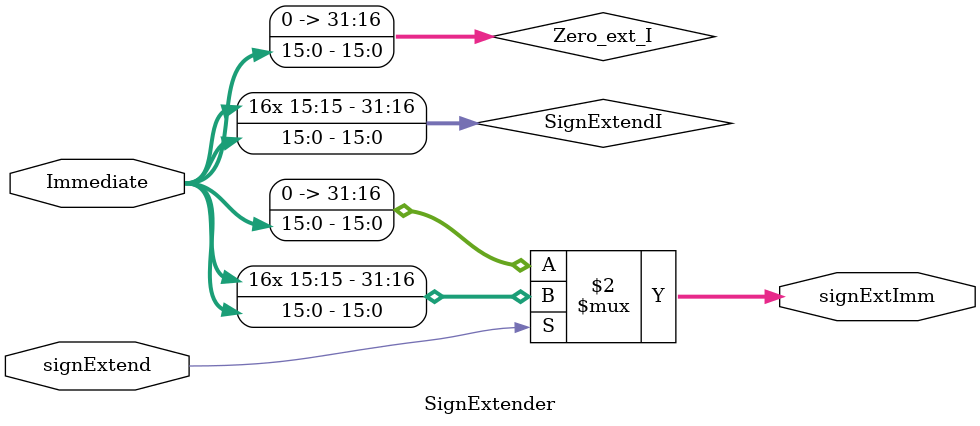
<source format=v>
`timescale 1ns / 1ps


module SignExtender(signExtImm, Immediate, signExtend);
    input [15:0] Immediate;
    input signExtend;
    output [31:0] signExtImm;
    
    wire [31:0] SignExtendI, Zero_ext_I;
    
    assign SignExtendI= {{16{Immediate[15]}}, Immediate}; //sign extended immediate 
    assign Zero_ext_I= {{16{1'b0}}, Immediate}; //zero exteded immediate 
    
    assign signExtImm= (signExtend==1'b1) ? SignExtendI : Zero_ext_I;
    

endmodule

</source>
